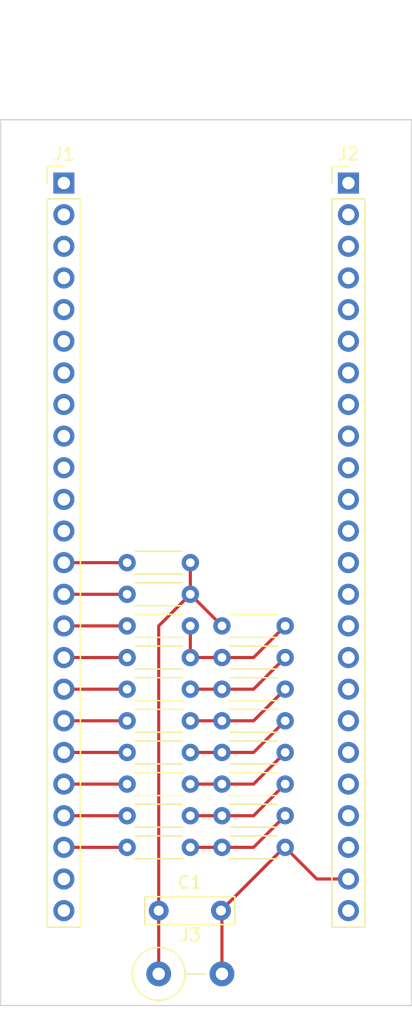
<source format=kicad_pcb>
(kicad_pcb (version 20221018) (generator pcbnew)
  (layers (0 "F.Cu" signal) (31 "B.Cu" signal) (34 "B.Paste" user) (35 "F.Paste" user) (36 "B.SilkS" user "B.Silkscreen") (37 "F.SilkS" user "F.Silkscreen") (38 "B.Mask" user) (39 "F.Mask" user) (44 "Edge.Cuts" user))
  (net 0 "")
  (net 13 "Net-(J1-Pin_13)")
  (net 14 "Net-(J1-Pin_14)")
  (net 15 "Net-(J1-Pin_15)")
  (net 16 "Net-(J1-Pin_16)")
  (net 17 "Net-(J1-Pin_17)")
  (net 18 "Net-(J1-Pin_18)")
  (net 19 "Net-(J1-Pin_19)")
  (net 20 "Net-(J1-Pin_20)")
  (net 21 "Net-(J1-Pin_21)")
  (net 22 "Net-(J1-Pin_22)")
  (net 47 "GND")
  (net 49 "Net-(J3-In)")
  (net 50 "Net-(R1-Pad2)")
  (net 51 "Net-(R10-Pad2)")
  (net 52 "Net-(R10-Pad1)")
  (net 53 "Net-(R11-Pad2)")
  (net 54 "Net-(R11-Pad1)")
  (net 55 "Net-(R15-Pad2)")
  (net 56 "Net-(R14-Pad2)")
  (footprint "Resistor_THT:R_Axial_DIN0204_L3.6mm_D1.6mm_P5.08mm_Horizontal" (layer "F.Cu") (at 109.22 114.3 180)
    (fp_text reference "R17" hide)
    (fp_text value "470" hide)
    (fp_line (start 0.62 -0.92) (end 4.46 -0.92) (stroke (width 0.12)) (layer "F.SilkS"))
    (fp_line (start 0.62 0.92) (end 4.46 0.92) (stroke (width 0.12)) (layer "F.SilkS"))
    (pad "1" thru_hole circle (at 0 0 180) (size 1.4 1.4) (drill 0.7) (layers "*.Cu" "*.Mask") (net 49 "Net-(J3-In)"))
    (pad "2" thru_hole oval (at 5.08 0 180) (size 1.4 1.4) (drill 0.7) (layers "*.Cu" "*.Mask") (net 14 "Net-(J1-Pin_14)"))
  )
  (footprint "Resistor_THT:R_Axial_DIN0204_L3.6mm_D1.6mm_P5.08mm_Horizontal" (layer "F.Cu") (at 109.22 111.76 180)
    (fp_text reference "R19" hide)
    (fp_text value "470" hide)
    (fp_line (start 0.62 -0.92) (end 4.46 -0.92) (stroke (width 0.12)) (layer "F.SilkS"))
    (fp_line (start 0.62 0.92) (end 4.46 0.92) (stroke (width 0.12)) (layer "F.SilkS"))
    (pad "1" thru_hole circle (at 0 0 180) (size 1.4 1.4) (drill 0.7) (layers "*.Cu" "*.Mask") (net 49 "Net-(J3-In)"))
    (pad "2" thru_hole oval (at 5.08 0 180) (size 1.4 1.4) (drill 0.7) (layers "*.Cu" "*.Mask") (net 13 "Net-(J1-Pin_13)"))
  )
  (footprint "Resistor_THT:R_Axial_DIN0204_L3.6mm_D1.6mm_P5.08mm_Horizontal" (layer "F.Cu") (at 109.22 132.08 180)
    (fp_text reference "R3" hide)
    (fp_text value "240" hide)
    (fp_line (start 0.62 -0.92) (end 4.46 -0.92) (stroke (width 0.12)) (layer "F.SilkS"))
    (fp_line (start 0.62 0.92) (end 4.46 0.92) (stroke (width 0.12)) (layer "F.SilkS"))
    (pad "1" thru_hole circle (at 0 0 180) (size 1.4 1.4) (drill 0.7) (layers "*.Cu" "*.Mask") (net 51 "Net-(R10-Pad2)"))
    (pad "2" thru_hole oval (at 5.08 0 180) (size 1.4 1.4) (drill 0.7) (layers "*.Cu" "*.Mask") (net 21 "Net-(J1-Pin_21)"))
  )
  (footprint "Resistor_THT:R_Axial_DIN0204_L3.6mm_D1.6mm_P5.08mm_Horizontal" (layer "F.Cu") (at 109.22 121.92 180)
    (fp_text reference "R7" hide)
    (fp_text value "240" hide)
    (fp_line (start 0.62 -0.92) (end 4.46 -0.92) (stroke (width 0.12)) (layer "F.SilkS"))
    (fp_line (start 0.62 0.92) (end 4.46 0.92) (stroke (width 0.12)) (layer "F.SilkS"))
    (pad "1" thru_hole circle (at 0 0 180) (size 1.4 1.4) (drill 0.7) (layers "*.Cu" "*.Mask") (net 55 "Net-(R15-Pad2)"))
    (pad "2" thru_hole oval (at 5.08 0 180) (size 1.4 1.4) (drill 0.7) (layers "*.Cu" "*.Mask") (net 17 "Net-(J1-Pin_17)"))
  )
  (footprint "Resistor_THT:R_Axial_DIN0204_L3.6mm_D1.6mm_P5.08mm_Horizontal" (layer "F.Cu") (at 111.76 124.46)
    (fp_text reference "R11" hide)
    (fp_text value "120" hide)
    (fp_line (start 0.62 -0.92) (end 4.46 -0.92) (stroke (width 0.12)) (layer "F.SilkS"))
    (fp_line (start 0.62 0.92) (end 4.46 0.92) (stroke (width 0.12)) (layer "F.SilkS"))
    (pad "1" thru_hole circle (at 0 0) (size 1.4 1.4) (drill 0.7) (layers "*.Cu" "*.Mask") (net 54 "Net-(R11-Pad1)"))
    (pad "2" thru_hole oval (at 5.08 0) (size 1.4 1.4) (drill 0.7) (layers "*.Cu" "*.Mask") (net 53 "Net-(R11-Pad2)"))
  )
  (footprint "Inductor_THT:L_Axial_L9.5mm_D4.0mm_P5.08mm_Vertical_Fastron_SMCC" (layer "F.Cu") (at 106.68 144.78)
    (fp_text reference "J3" (at 2.54 -3.12) (layer "F.SilkS"))
    (fp_text value "Conn_Coaxial")
    (fp_line (start 2.12 0) (end 3.78 0) (stroke (width 0.12)) (layer "F.SilkS"))
    (fp_circle (center 0 0) (end 2.12 0) (stroke (width 0.12)) (fill none) (layer "F.SilkS"))
    (pad "1" thru_hole circle (at 0 0) (size 2 2) (drill 1) (layers "*.Cu" "*.Mask") (net 49 "Net-(J3-In)"))
    (pad "2" thru_hole oval (at 5.08 0) (size 2 2) (drill 1) (layers "*.Cu" "*.Mask") (net 47 "GND"))
  )
  (footprint "Resistor_THT:R_Axial_DIN0204_L3.6mm_D1.6mm_P5.08mm_Horizontal" (layer "F.Cu") (at 109.22 129.54 180)
    (fp_text reference "R4" hide)
    (fp_text value "240" hide)
    (fp_line (start 0.62 -0.92) (end 4.46 -0.92) (stroke (width 0.12)) (layer "F.SilkS"))
    (fp_line (start 0.62 0.92) (end 4.46 0.92) (stroke (width 0.12)) (layer "F.SilkS"))
    (pad "1" thru_hole circle (at 0 0 180) (size 1.4 1.4) (drill 0.7) (layers "*.Cu" "*.Mask") (net 52 "Net-(R10-Pad1)"))
    (pad "2" thru_hole oval (at 5.08 0 180) (size 1.4 1.4) (drill 0.7) (layers "*.Cu" "*.Mask") (net 20 "Net-(J1-Pin_20)"))
  )
  (footprint "Resistor_THT:R_Axial_DIN0204_L3.6mm_D1.6mm_P5.08mm_Horizontal" (layer "F.Cu") (at 109.22 134.62 180)
    (fp_text reference "R2" hide)
    (fp_text value "240" hide)
    (fp_line (start 0.62 -0.92) (end 4.46 -0.92) (stroke (width 0.12)) (layer "F.SilkS"))
    (fp_line (start 0.62 0.92) (end 4.46 0.92) (stroke (width 0.12)) (layer "F.SilkS"))
    (pad "1" thru_hole circle (at 0 0 180) (size 1.4 1.4) (drill 0.7) (layers "*.Cu" "*.Mask") (net 50 "Net-(R1-Pad2)"))
    (pad "2" thru_hole oval (at 5.08 0 180) (size 1.4 1.4) (drill 0.7) (layers "*.Cu" "*.Mask") (net 22 "Net-(J1-Pin_22)"))
  )
  (footprint "Resistor_THT:R_Axial_DIN0204_L3.6mm_D1.6mm_P5.08mm_Horizontal" (layer "F.Cu") (at 111.76 119.38)
    (fp_text reference "R15" hide)
    (fp_text value "120" hide)
    (fp_line (start 0.62 -0.92) (end 4.46 -0.92) (stroke (width 0.12)) (layer "F.SilkS"))
    (fp_line (start 0.62 0.92) (end 4.46 0.92) (stroke (width 0.12)) (layer "F.SilkS"))
    (pad "1" thru_hole circle (at 0 0) (size 1.4 1.4) (drill 0.7) (layers "*.Cu" "*.Mask") (net 56 "Net-(R14-Pad2)"))
    (pad "2" thru_hole oval (at 5.08 0) (size 1.4 1.4) (drill 0.7) (layers "*.Cu" "*.Mask") (net 55 "Net-(R15-Pad2)"))
  )
  (footprint "Resistor_THT:R_Axial_DIN0204_L3.6mm_D1.6mm_P5.08mm_Horizontal" (layer "F.Cu") (at 109.22 127 180)
    (fp_text reference "R5" hide)
    (fp_text value "240" hide)
    (fp_line (start 0.62 -0.92) (end 4.46 -0.92) (stroke (width 0.12)) (layer "F.SilkS"))
    (fp_line (start 0.62 0.92) (end 4.46 0.92) (stroke (width 0.12)) (layer "F.SilkS"))
    (pad "1" thru_hole circle (at 0 0 180) (size 1.4 1.4) (drill 0.7) (layers "*.Cu" "*.Mask") (net 53 "Net-(R11-Pad2)"))
    (pad "2" thru_hole oval (at 5.08 0 180) (size 1.4 1.4) (drill 0.7) (layers "*.Cu" "*.Mask") (net 19 "Net-(J1-Pin_19)"))
  )
  (footprint "Resistor_THT:R_Axial_DIN0204_L3.6mm_D1.6mm_P5.08mm_Horizontal" (layer "F.Cu") (at 116.84 134.62 180)
    (fp_text reference "R1" hide)
    (fp_text value "240" hide)
    (fp_line (start 0.62 -0.92) (end 4.46 -0.92) (stroke (width 0.12)) (layer "F.SilkS"))
    (fp_line (start 0.62 0.92) (end 4.46 0.92) (stroke (width 0.12)) (layer "F.SilkS"))
    (pad "1" thru_hole circle (at 0 0 180) (size 1.4 1.4) (drill 0.7) (layers "*.Cu" "*.Mask") (net 47 "GND"))
    (pad "2" thru_hole oval (at 5.08 0 180) (size 1.4 1.4) (drill 0.7) (layers "*.Cu" "*.Mask") (net 50 "Net-(R1-Pad2)"))
  )
  (footprint "Resistor_THT:R_Axial_DIN0204_L3.6mm_D1.6mm_P5.08mm_Horizontal" (layer "F.Cu") (at 109.22 124.46 180)
    (fp_text reference "R6" hide)
    (fp_text value "240" hide)
    (fp_line (start 0.62 -0.92) (end 4.46 -0.92) (stroke (width 0.12)) (layer "F.SilkS"))
    (fp_line (start 0.62 0.92) (end 4.46 0.92) (stroke (width 0.12)) (layer "F.SilkS"))
    (pad "1" thru_hole circle (at 0 0 180) (size 1.4 1.4) (drill 0.7) (layers "*.Cu" "*.Mask") (net 54 "Net-(R11-Pad1)"))
    (pad "2" thru_hole oval (at 5.08 0 180) (size 1.4 1.4) (drill 0.7) (layers "*.Cu" "*.Mask") (net 18 "Net-(J1-Pin_18)"))
  )
  (footprint "Resistor_THT:R_Axial_DIN0204_L3.6mm_D1.6mm_P5.08mm_Horizontal" (layer "F.Cu") (at 111.76 132.08)
    (fp_text reference "R9" hide)
    (fp_text value "120" hide)
    (fp_line (start 0.62 -0.92) (end 4.46 -0.92) (stroke (width 0.12)) (layer "F.SilkS"))
    (fp_line (start 0.62 0.92) (end 4.46 0.92) (stroke (width 0.12)) (layer "F.SilkS"))
    (pad "1" thru_hole circle (at 0 0) (size 1.4 1.4) (drill 0.7) (layers "*.Cu" "*.Mask") (net 51 "Net-(R10-Pad2)"))
    (pad "2" thru_hole oval (at 5.08 0) (size 1.4 1.4) (drill 0.7) (layers "*.Cu" "*.Mask") (net 50 "Net-(R1-Pad2)"))
  )
  (footprint "Resistor_THT:R_Axial_DIN0204_L3.6mm_D1.6mm_P5.08mm_Horizontal" (layer "F.Cu") (at 109.22 119.38 180)
    (fp_text reference "R8" hide)
    (fp_text value "470" hide)
    (fp_line (start 0.62 -0.92) (end 4.46 -0.92) (stroke (width 0.12)) (layer "F.SilkS"))
    (fp_line (start 0.62 0.92) (end 4.46 0.92) (stroke (width 0.12)) (layer "F.SilkS"))
    (pad "1" thru_hole circle (at 0 0 180) (size 1.4 1.4) (drill 0.7) (layers "*.Cu" "*.Mask") (net 56 "Net-(R14-Pad2)"))
    (pad "2" thru_hole oval (at 5.08 0 180) (size 1.4 1.4) (drill 0.7) (layers "*.Cu" "*.Mask") (net 16 "Net-(J1-Pin_16)"))
  )
  (footprint "Resistor_THT:R_Axial_DIN0204_L3.6mm_D1.6mm_P5.08mm_Horizontal" (layer "F.Cu") (at 111.76 129.54)
    (fp_text reference "R10" hide)
    (fp_text value "120" hide)
    (fp_line (start 0.62 -0.92) (end 4.46 -0.92) (stroke (width 0.12)) (layer "F.SilkS"))
    (fp_line (start 0.62 0.92) (end 4.46 0.92) (stroke (width 0.12)) (layer "F.SilkS"))
    (pad "1" thru_hole circle (at 0 0) (size 1.4 1.4) (drill 0.7) (layers "*.Cu" "*.Mask") (net 52 "Net-(R10-Pad1)"))
    (pad "2" thru_hole oval (at 5.08 0) (size 1.4 1.4) (drill 0.7) (layers "*.Cu" "*.Mask") (net 51 "Net-(R10-Pad2)"))
  )
  (footprint "Resistor_THT:R_Axial_DIN0204_L3.6mm_D1.6mm_P5.08mm_Horizontal" (layer "F.Cu") (at 111.76 116.84)
    (fp_text reference "R14" hide)
    (fp_text value "120" hide)
    (fp_line (start 0.62 -0.92) (end 4.46 -0.92) (stroke (width 0.12)) (layer "F.SilkS"))
    (fp_line (start 0.62 0.92) (end 4.46 0.92) (stroke (width 0.12)) (layer "F.SilkS"))
    (pad "1" thru_hole circle (at 0 0) (size 1.4 1.4) (drill 0.7) (layers "*.Cu" "*.Mask") (net 49 "Net-(J3-In)"))
    (pad "2" thru_hole oval (at 5.08 0) (size 1.4 1.4) (drill 0.7) (layers "*.Cu" "*.Mask") (net 56 "Net-(R14-Pad2)"))
  )
  (footprint "Capacitor_THT:C_Rect_L7.0mm_W2.0mm_P5.00mm" (layer "F.Cu") (at 106.68 139.7)
    (fp_text reference "C1" (at 2.5 -2.25) (layer "F.SilkS"))
    (fp_text value "C")
    (fp_line (start -1.12 -1.12) (end -1.12 1.12) (stroke (width 0.12)) (layer "F.SilkS"))
    (fp_line (start -1.12 -1.12) (end 6.12 -1.12) (stroke (width 0.12)) (layer "F.SilkS"))
    (fp_line (start -1.12 1.12) (end 6.12 1.12) (stroke (width 0.12)) (layer "F.SilkS"))
    (fp_line (start 6.12 -1.12) (end 6.12 1.12) (stroke (width 0.12)) (layer "F.SilkS"))
    (pad "1" thru_hole circle (at 0 0) (size 1.6 1.6) (drill 0.8) (layers "*.Cu" "*.Mask") (net 49 "Net-(J3-In)"))
    (pad "2" thru_hole circle (at 5 0) (size 1.6 1.6) (drill 0.8) (layers "*.Cu" "*.Mask") (net 47 "GND"))
  )
  (footprint "Connector_PinHeader_2.54mm:PinHeader_1x24_P2.54mm_Vertical" (layer "F.Cu") (at 99.06 81.28)
    (fp_text reference "J1" (at 0 -2.33) (layer "F.SilkS"))
    (fp_text value "Conn_01x24")
    (fp_line (start -1.33 -1.33) (end 0 -1.33) (stroke (width 0.12)) (layer "F.SilkS"))
    (fp_line (start -1.33 0) (end -1.33 -1.33) (stroke (width 0.12)) (layer "F.SilkS"))
    (fp_line (start -1.33 1.27) (end -1.33 59.75) (stroke (width 0.12)) (layer "F.SilkS"))
    (fp_line (start -1.33 1.27) (end 1.33 1.27) (stroke (width 0.12)) (layer "F.SilkS"))
    (fp_line (start -1.33 59.75) (end 1.33 59.75) (stroke (width 0.12)) (layer "F.SilkS"))
    (fp_line (start 1.33 1.27) (end 1.33 59.75) (stroke (width 0.12)) (layer "F.SilkS"))
    (pad "1" thru_hole rect (at 0 0) (size 1.7 1.7) (drill 1) (layers "*.Cu" "*.Mask"))
    (pad "2" thru_hole oval (at 0 2.54) (size 1.7 1.7) (drill 1) (layers "*.Cu" "*.Mask"))
    (pad "3" thru_hole oval (at 0 5.08) (size 1.7 1.7) (drill 1) (layers "*.Cu" "*.Mask"))
    (pad "4" thru_hole oval (at 0 7.62) (size 1.7 1.7) (drill 1) (layers "*.Cu" "*.Mask"))
    (pad "5" thru_hole oval (at 0 10.16) (size 1.7 1.7) (drill 1) (layers "*.Cu" "*.Mask"))
    (pad "6" thru_hole oval (at 0 12.7) (size 1.7 1.7) (drill 1) (layers "*.Cu" "*.Mask"))
    (pad "7" thru_hole oval (at 0 15.24) (size 1.7 1.7) (drill 1) (layers "*.Cu" "*.Mask"))
    (pad "8" thru_hole oval (at 0 17.78) (size 1.7 1.7) (drill 1) (layers "*.Cu" "*.Mask"))
    (pad "9" thru_hole oval (at 0 20.32) (size 1.7 1.7) (drill 1) (layers "*.Cu" "*.Mask"))
    (pad "10" thru_hole oval (at 0 22.86) (size 1.7 1.7) (drill 1) (layers "*.Cu" "*.Mask"))
    (pad "11" thru_hole oval (at 0 25.4) (size 1.7 1.7) (drill 1) (layers "*.Cu" "*.Mask"))
    (pad "12" thru_hole oval (at 0 27.94) (size 1.7 1.7) (drill 1) (layers "*.Cu" "*.Mask"))
    (pad "13" thru_hole oval (at 0 30.48) (size 1.7 1.7) (drill 1) (layers "*.Cu" "*.Mask") (net 13 "Net-(J1-Pin_13)"))
    (pad "14" thru_hole oval (at 0 33.02) (size 1.7 1.7) (drill 1) (layers "*.Cu" "*.Mask") (net 14 "Net-(J1-Pin_14)"))
    (pad "15" thru_hole oval (at 0 35.56) (size 1.7 1.7) (drill 1) (layers "*.Cu" "*.Mask") (net 15 "Net-(J1-Pin_15)"))
    (pad "16" thru_hole oval (at 0 38.1) (size 1.7 1.7) (drill 1) (layers "*.Cu" "*.Mask") (net 16 "Net-(J1-Pin_16)"))
    (pad "17" thru_hole oval (at 0 40.64) (size 1.7 1.7) (drill 1) (layers "*.Cu" "*.Mask") (net 17 "Net-(J1-Pin_17)"))
    (pad "18" thru_hole oval (at 0 43.18) (size 1.7 1.7) (drill 1) (layers "*.Cu" "*.Mask") (net 18 "Net-(J1-Pin_18)"))
    (pad "19" thru_hole oval (at 0 45.72) (size 1.7 1.7) (drill 1) (layers "*.Cu" "*.Mask") (net 19 "Net-(J1-Pin_19)"))
    (pad "20" thru_hole oval (at 0 48.26) (size 1.7 1.7) (drill 1) (layers "*.Cu" "*.Mask") (net 20 "Net-(J1-Pin_20)"))
    (pad "21" thru_hole oval (at 0 50.8) (size 1.7 1.7) (drill 1) (layers "*.Cu" "*.Mask") (net 21 "Net-(J1-Pin_21)"))
    (pad "22" thru_hole oval (at 0 53.34) (size 1.7 1.7) (drill 1) (layers "*.Cu" "*.Mask") (net 22 "Net-(J1-Pin_22)"))
    (pad "23" thru_hole oval (at 0 55.88) (size 1.7 1.7) (drill 1) (layers "*.Cu" "*.Mask"))
    (pad "24" thru_hole oval (at 0 58.42) (size 1.7 1.7) (drill 1) (layers "*.Cu" "*.Mask"))
  )
  (footprint "Resistor_THT:R_Axial_DIN0204_L3.6mm_D1.6mm_P5.08mm_Horizontal" (layer "F.Cu") (at 111.76 121.92)
    (fp_text reference "R16" hide)
    (fp_text value "120" hide)
    (fp_line (start 0.62 -0.92) (end 4.46 -0.92) (stroke (width 0.12)) (layer "F.SilkS"))
    (fp_line (start 0.62 0.92) (end 4.46 0.92) (stroke (width 0.12)) (layer "F.SilkS"))
    (pad "1" thru_hole circle (at 0 0) (size 1.4 1.4) (drill 0.7) (layers "*.Cu" "*.Mask") (net 55 "Net-(R15-Pad2)"))
    (pad "2" thru_hole oval (at 5.08 0) (size 1.4 1.4) (drill 0.7) (layers "*.Cu" "*.Mask") (net 54 "Net-(R11-Pad1)"))
  )
  (footprint "Resistor_THT:R_Axial_DIN0204_L3.6mm_D1.6mm_P5.08mm_Horizontal" (layer "F.Cu") (at 109.22 116.84 180)
    (fp_text reference "R18" hide)
    (fp_text value "470" hide)
    (fp_line (start 0.62 -0.92) (end 4.46 -0.92) (stroke (width 0.12)) (layer "F.SilkS"))
    (fp_line (start 0.62 0.92) (end 4.46 0.92) (stroke (width 0.12)) (layer "F.SilkS"))
    (pad "1" thru_hole circle (at 0 0 180) (size 1.4 1.4) (drill 0.7) (layers "*.Cu" "*.Mask") (net 56 "Net-(R14-Pad2)"))
    (pad "2" thru_hole oval (at 5.08 0 180) (size 1.4 1.4) (drill 0.7) (layers "*.Cu" "*.Mask") (net 15 "Net-(J1-Pin_15)"))
  )
  (footprint "Connector_PinHeader_2.54mm:PinHeader_1x24_P2.54mm_Vertical" (layer "F.Cu") (at 121.92 81.28)
    (fp_text reference "J2" (at 0 -2.33) (layer "F.SilkS"))
    (fp_text value "Conn_01x24" hide)
    (fp_line (start -1.33 -1.33) (end 0 -1.33) (stroke (width 0.12)) (layer "F.SilkS"))
    (fp_line (start -1.33 0) (end -1.33 -1.33) (stroke (width 0.12)) (layer "F.SilkS"))
    (fp_line (start -1.33 1.27) (end -1.33 59.75) (stroke (width 0.12)) (layer "F.SilkS"))
    (fp_line (start -1.33 1.27) (end 1.33 1.27) (stroke (width 0.12)) (layer "F.SilkS"))
    (fp_line (start -1.33 59.75) (end 1.33 59.75) (stroke (width 0.12)) (layer "F.SilkS"))
    (fp_line (start 1.33 1.27) (end 1.33 59.75) (stroke (width 0.12)) (layer "F.SilkS"))
    (pad "1" thru_hole rect (at 0 0) (size 1.7 1.7) (drill 1) (layers "*.Cu" "*.Mask"))
    (pad "2" thru_hole oval (at 0 2.54) (size 1.7 1.7) (drill 1) (layers "*.Cu" "*.Mask"))
    (pad "3" thru_hole oval (at 0 5.08) (size 1.7 1.7) (drill 1) (layers "*.Cu" "*.Mask"))
    (pad "4" thru_hole oval (at 0 7.62) (size 1.7 1.7) (drill 1) (layers "*.Cu" "*.Mask"))
    (pad "5" thru_hole oval (at 0 10.16) (size 1.7 1.7) (drill 1) (layers "*.Cu" "*.Mask"))
    (pad "6" thru_hole oval (at 0 12.7) (size 1.7 1.7) (drill 1) (layers "*.Cu" "*.Mask"))
    (pad "7" thru_hole oval (at 0 15.24) (size 1.7 1.7) (drill 1) (layers "*.Cu" "*.Mask"))
    (pad "8" thru_hole oval (at 0 17.78) (size 1.7 1.7) (drill 1) (layers "*.Cu" "*.Mask"))
    (pad "9" thru_hole oval (at 0 20.32) (size 1.7 1.7) (drill 1) (layers "*.Cu" "*.Mask"))
    (pad "10" thru_hole oval (at 0 22.86) (size 1.7 1.7) (drill 1) (layers "*.Cu" "*.Mask"))
    (pad "11" thru_hole oval (at 0 25.4) (size 1.7 1.7) (drill 1) (layers "*.Cu" "*.Mask"))
    (pad "12" thru_hole oval (at 0 27.94) (size 1.7 1.7) (drill 1) (layers "*.Cu" "*.Mask"))
    (pad "13" thru_hole oval (at 0 30.48) (size 1.7 1.7) (drill 1) (layers "*.Cu" "*.Mask"))
    (pad "14" thru_hole oval (at 0 33.02) (size 1.7 1.7) (drill 1) (layers "*.Cu" "*.Mask"))
    (pad "15" thru_hole oval (at 0 35.56) (size 1.7 1.7) (drill 1) (layers "*.Cu" "*.Mask"))
    (pad "16" thru_hole oval (at 0 38.1) (size 1.7 1.7) (drill 1) (layers "*.Cu" "*.Mask"))
    (pad "17" thru_hole oval (at 0 40.64) (size 1.7 1.7) (drill 1) (layers "*.Cu" "*.Mask"))
    (pad "18" thru_hole oval (at 0 43.18) (size 1.7 1.7) (drill 1) (layers "*.Cu" "*.Mask"))
    (pad "19" thru_hole oval (at 0 45.72) (size 1.7 1.7) (drill 1) (layers "*.Cu" "*.Mask"))
    (pad "20" thru_hole oval (at 0 48.26) (size 1.7 1.7) (drill 1) (layers "*.Cu" "*.Mask"))
    (pad "21" thru_hole oval (at 0 50.8) (size 1.7 1.7) (drill 1) (layers "*.Cu" "*.Mask"))
    (pad "22" thru_hole oval (at 0 53.34) (size 1.7 1.7) (drill 1) (layers "*.Cu" "*.Mask"))
    (pad "23" thru_hole oval (at 0 55.88) (size 1.7 1.7) (drill 1) (layers "*.Cu" "*.Mask") (net 47 "GND"))
    (pad "24" thru_hole oval (at 0 58.42) (size 1.7 1.7) (drill 1) (layers "*.Cu" "*.Mask"))
  )
  (footprint "Resistor_THT:R_Axial_DIN0204_L3.6mm_D1.6mm_P5.08mm_Horizontal" (layer "F.Cu") (at 111.76 127)
    (fp_text reference "R12" hide)
    (fp_text value "120" hide)
    (fp_line (start 0.62 -0.92) (end 4.46 -0.92) (stroke (width 0.12)) (layer "F.SilkS"))
    (fp_line (start 0.62 0.92) (end 4.46 0.92) (stroke (width 0.12)) (layer "F.SilkS"))
    (pad "1" thru_hole circle (at 0 0) (size 1.4 1.4) (drill 0.7) (layers "*.Cu" "*.Mask") (net 53 "Net-(R11-Pad2)"))
    (pad "2" thru_hole oval (at 5.08 0) (size 1.4 1.4) (drill 0.7) (layers "*.Cu" "*.Mask") (net 52 "Net-(R10-Pad1)"))
  )
  (gr_line (start 93.98 147.32) (end 93.98 76.2) (stroke (width 0.1)) (layer "Edge.Cuts"))
  (gr_line (start 93.98 76.2) (end 127 76.2) (stroke (width 0.1)) (layer "Edge.Cuts"))
  (gr_line (start 127 147.32) (end 93.98 147.32) (stroke (width 0.1)) (layer "Edge.Cuts"))
  (gr_line (start 127 76.2) (end 127 147.32) (stroke (width 0.1)) (layer "Edge.Cuts"))
  (segment (start 104.14 111.76) (end 99.06 111.76) (width 0.25) (layer "F.Cu") (net 13))
  (segment (start 99.06 114.3) (end 104.14 114.3) (width 0.25) (layer "F.Cu") (net 14))
  (segment (start 104.14 116.84) (end 99.06 116.84) (width 0.25) (layer "F.Cu") (net 15))
  (segment (start 99.06 119.38) (end 104.14 119.38) (width 0.25) (layer "F.Cu") (net 16))
  (segment (start 104.14 121.92) (end 99.06 121.92) (width 0.25) (layer "F.Cu") (net 17))
  (segment (start 99.06 124.46) (end 104.14 124.46) (width 0.25) (layer "F.Cu") (net 18))
  (segment (start 104.14 127) (end 99.06 127) (width 0.25) (layer "F.Cu") (net 19))
  (segment (start 99.06 129.54) (end 104.14 129.54) (width 0.25) (layer "F.Cu") (net 20))
  (segment (start 104.14 132.08) (end 99.06 132.08) (width 0.25) (layer "F.Cu") (net 21))
  (segment (start 99.06 134.62) (end 101.6 134.62) (width 0.25) (layer "F.Cu") (net 22))
  (segment (start 101.6 134.62) (end 104.14 134.62) (width 0.25) (layer "F.Cu") (net 22))
  (segment (start 111.68 139.7) (end 116.76 134.62) (width 0.25) (layer "F.Cu") (net 47))
  (segment (start 121.92 137.16) (end 119.38 137.16) (width 0.25) (layer "F.Cu") (net 47))
  (segment (start 111.76 144.78) (end 111.76 139.78) (width 0.25) (layer "F.Cu") (net 47))
  (segment (start 116.76 134.62) (end 116.84 134.62) (width 0.25) (layer "F.Cu") (net 47))
  (segment (start 111.76 139.78) (end 111.68 139.7) (width 0.25) (layer "F.Cu") (net 47))
  (segment (start 119.38 137.16) (end 116.84 134.62) (width 0.25) (layer "F.Cu") (net 47))
  (segment (start 109.22 114.3) (end 106.68 116.84) (width 0.25) (layer "F.Cu") (net 49))
  (segment (start 109.22 114.3) (end 111.76 116.84) (width 0.25) (layer "F.Cu") (net 49))
  (segment (start 106.68 116.84) (end 106.68 144.78) (width 0.25) (layer "F.Cu") (net 49))
  (segment (start 109.22 114.3) (end 109.22 111.76) (width 0.25) (layer "F.Cu") (net 49))
  (segment (start 109.22 134.62) (end 114.3 134.62) (width 0.25) (layer "F.Cu") (net 50))
  (segment (start 114.3 134.62) (end 116.84 132.08) (width 0.25) (layer "F.Cu") (net 50))
  (segment (start 109.22 132.08) (end 114.3 132.08) (width 0.25) (layer "F.Cu") (net 51))
  (segment (start 114.3 132.08) (end 116.84 129.54) (width 0.25) (layer "F.Cu") (net 51))
  (segment (start 109.22 129.54) (end 114.3 129.54) (width 0.25) (layer "F.Cu") (net 52))
  (segment (start 114.3 129.54) (end 116.84 127) (width 0.25) (layer "F.Cu") (net 52))
  (segment (start 114.3 127) (end 109.22 127) (width 0.25) (layer "F.Cu") (net 53))
  (segment (start 116.84 124.46) (end 114.3 127) (width 0.25) (layer "F.Cu") (net 53))
  (segment (start 114.3 124.46) (end 109.22 124.46) (width 0.25) (layer "F.Cu") (net 54))
  (segment (start 116.84 121.92) (end 114.3 124.46) (width 0.25) (layer "F.Cu") (net 54))
  (segment (start 116.84 119.38) (end 114.3 121.92) (width 0.25) (layer "F.Cu") (net 55))
  (segment (start 114.3 121.92) (end 109.22 121.92) (width 0.25) (layer "F.Cu") (net 55))
  (segment (start 109.22 119.38) (end 111.76 119.38) (width 0.25) (layer "F.Cu") (net 56))
  (segment (start 109.22 119.38) (end 109.22 116.84) (width 0.25) (layer "F.Cu") (net 56))
  (segment (start 114.3 119.38) (end 116.84 116.84) (width 0.25) (layer "F.Cu") (net 56))
  (segment (start 111.76 119.38) (end 114.3 119.38) (width 0.25) (layer "F.Cu") (net 56))
)
</source>
